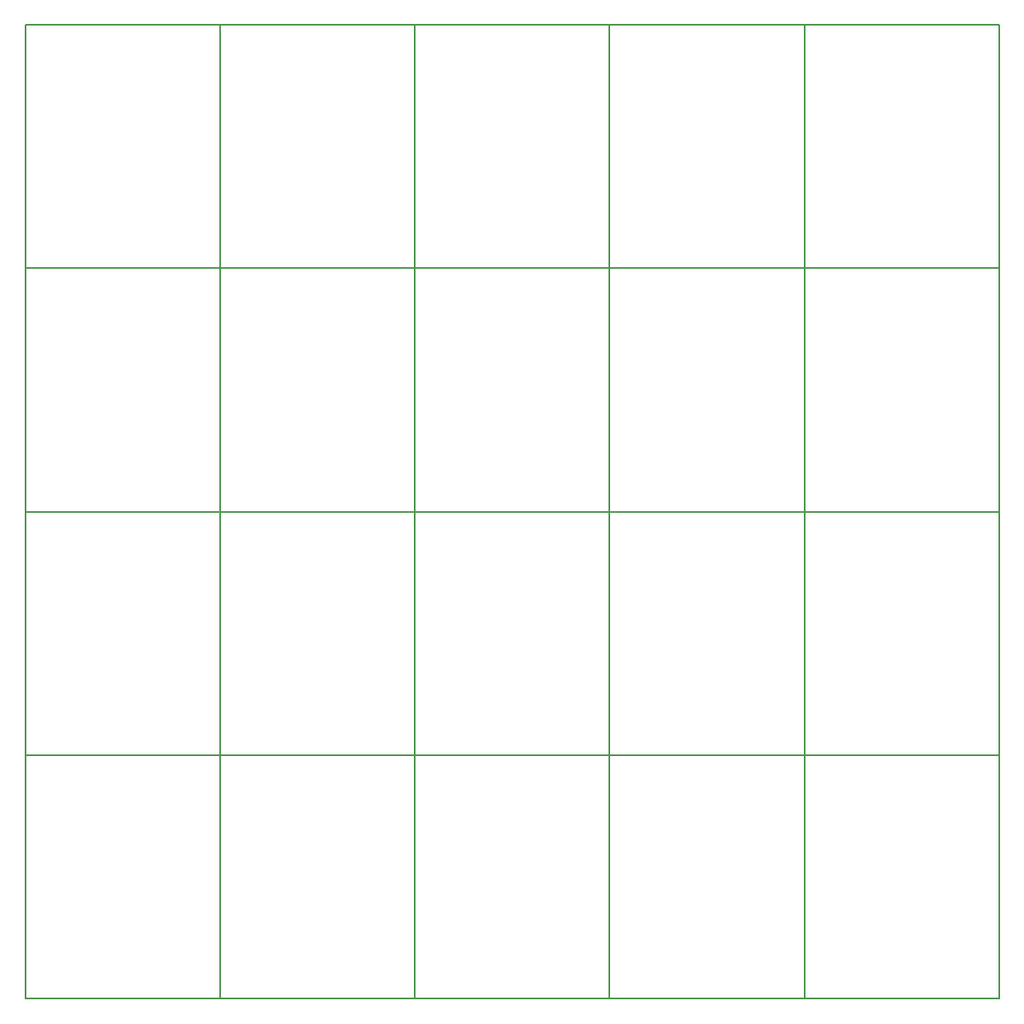
<source format=gbr>
G04 #@! TF.FileFunction,Other,User*
%FSLAX46Y46*%
G04 Gerber Fmt 4.6, Leading zero omitted, Abs format (unit mm)*
G04 Created by KiCad (PCBNEW 4.0.2-stable) date 11/13/2017 5:19:07 PM*
%MOMM*%
G01*
G04 APERTURE LIST*
%ADD10C,0.100000*%
%ADD11C,0.200000*%
%ADD12C,0.150000*%
G04 APERTURE END LIST*
D10*
D11*
X70000000Y-115000000D02*
X90000000Y-115000000D01*
X90000000Y-115000000D02*
X90000000Y-140000000D01*
X90000000Y-140000000D02*
X70000000Y-140000000D01*
X90000000Y-140000000D02*
X90000000Y-115000000D01*
X70000000Y-140000000D02*
X70000000Y-115000000D01*
X110000000Y-140000000D02*
X90000000Y-140000000D01*
X90000000Y-115000000D02*
X110000000Y-115000000D01*
X150000000Y-140000000D02*
X150000000Y-115000000D01*
X170000000Y-140000000D02*
X150000000Y-140000000D01*
X150000000Y-115000000D02*
X150000000Y-140000000D01*
X150000000Y-115000000D02*
X170000000Y-115000000D01*
X170000000Y-115000000D02*
X170000000Y-140000000D01*
X110000000Y-115000000D02*
X110000000Y-140000000D01*
X110000000Y-140000000D02*
X110000000Y-115000000D01*
X130000000Y-140000000D02*
X110000000Y-140000000D01*
X130000000Y-115000000D02*
X130000000Y-140000000D01*
X130000000Y-140000000D02*
X130000000Y-115000000D01*
X130000000Y-115000000D02*
X150000000Y-115000000D01*
X110000000Y-115000000D02*
X130000000Y-115000000D01*
X150000000Y-140000000D02*
X130000000Y-140000000D01*
D12*
X110000000Y-140000000D02*
X110000000Y-115000000D01*
X90000000Y-140000000D02*
X110000000Y-140000000D01*
X110000000Y-115000000D02*
X90000000Y-115000000D01*
X90000000Y-140000000D02*
X90000000Y-115000000D01*
X110000000Y-115000000D02*
X110000000Y-140000000D01*
X130000000Y-140000000D02*
X130000000Y-115000000D01*
X110000000Y-140000000D02*
X130000000Y-140000000D01*
X130000000Y-115000000D02*
X130000000Y-140000000D01*
X130000000Y-140000000D02*
X150000000Y-140000000D01*
X130000000Y-115000000D02*
X110000000Y-115000000D01*
X150000000Y-115000000D02*
X130000000Y-115000000D01*
X150000000Y-115000000D02*
X150000000Y-140000000D01*
X170000000Y-115000000D02*
X150000000Y-115000000D01*
X150000000Y-140000000D02*
X150000000Y-115000000D01*
X150000000Y-140000000D02*
X170000000Y-140000000D01*
X170000000Y-140000000D02*
X170000000Y-115000000D01*
X70000000Y-115000000D02*
X70000000Y-140000000D01*
X90000000Y-115000000D02*
X90000000Y-140000000D01*
X70000000Y-140000000D02*
X90000000Y-140000000D01*
X90000000Y-115000000D02*
X70000000Y-115000000D01*
D11*
X70000000Y-90000000D02*
X90000000Y-90000000D01*
X90000000Y-90000000D02*
X90000000Y-115000000D01*
X90000000Y-115000000D02*
X70000000Y-115000000D01*
X90000000Y-115000000D02*
X90000000Y-90000000D01*
X70000000Y-115000000D02*
X70000000Y-90000000D01*
X110000000Y-115000000D02*
X90000000Y-115000000D01*
X90000000Y-90000000D02*
X110000000Y-90000000D01*
X150000000Y-115000000D02*
X150000000Y-90000000D01*
X170000000Y-115000000D02*
X150000000Y-115000000D01*
X150000000Y-90000000D02*
X150000000Y-115000000D01*
X150000000Y-90000000D02*
X170000000Y-90000000D01*
X170000000Y-90000000D02*
X170000000Y-115000000D01*
X110000000Y-90000000D02*
X110000000Y-115000000D01*
X110000000Y-115000000D02*
X110000000Y-90000000D01*
X130000000Y-115000000D02*
X110000000Y-115000000D01*
X130000000Y-90000000D02*
X130000000Y-115000000D01*
X130000000Y-115000000D02*
X130000000Y-90000000D01*
X130000000Y-90000000D02*
X150000000Y-90000000D01*
X110000000Y-90000000D02*
X130000000Y-90000000D01*
X150000000Y-115000000D02*
X130000000Y-115000000D01*
D12*
X110000000Y-115000000D02*
X110000000Y-90000000D01*
X90000000Y-115000000D02*
X110000000Y-115000000D01*
X110000000Y-90000000D02*
X90000000Y-90000000D01*
X90000000Y-115000000D02*
X90000000Y-90000000D01*
X110000000Y-90000000D02*
X110000000Y-115000000D01*
X130000000Y-115000000D02*
X130000000Y-90000000D01*
X110000000Y-115000000D02*
X130000000Y-115000000D01*
X130000000Y-90000000D02*
X130000000Y-115000000D01*
X130000000Y-115000000D02*
X150000000Y-115000000D01*
X130000000Y-90000000D02*
X110000000Y-90000000D01*
X150000000Y-90000000D02*
X130000000Y-90000000D01*
X150000000Y-90000000D02*
X150000000Y-115000000D01*
X170000000Y-90000000D02*
X150000000Y-90000000D01*
X150000000Y-115000000D02*
X150000000Y-90000000D01*
X150000000Y-115000000D02*
X170000000Y-115000000D01*
X170000000Y-115000000D02*
X170000000Y-90000000D01*
X70000000Y-90000000D02*
X70000000Y-115000000D01*
X90000000Y-90000000D02*
X90000000Y-115000000D01*
X70000000Y-115000000D02*
X90000000Y-115000000D01*
X90000000Y-90000000D02*
X70000000Y-90000000D01*
D11*
X70000000Y-65000000D02*
X90000000Y-65000000D01*
X90000000Y-65000000D02*
X90000000Y-90000000D01*
X90000000Y-90000000D02*
X70000000Y-90000000D01*
X90000000Y-90000000D02*
X90000000Y-65000000D01*
X70000000Y-90000000D02*
X70000000Y-65000000D01*
X110000000Y-90000000D02*
X90000000Y-90000000D01*
X90000000Y-65000000D02*
X110000000Y-65000000D01*
X150000000Y-90000000D02*
X150000000Y-65000000D01*
X170000000Y-90000000D02*
X150000000Y-90000000D01*
X150000000Y-65000000D02*
X150000000Y-90000000D01*
X150000000Y-65000000D02*
X170000000Y-65000000D01*
X170000000Y-65000000D02*
X170000000Y-90000000D01*
X110000000Y-65000000D02*
X110000000Y-90000000D01*
X110000000Y-90000000D02*
X110000000Y-65000000D01*
X130000000Y-90000000D02*
X110000000Y-90000000D01*
X130000000Y-65000000D02*
X130000000Y-90000000D01*
X130000000Y-90000000D02*
X130000000Y-65000000D01*
X130000000Y-65000000D02*
X150000000Y-65000000D01*
X110000000Y-65000000D02*
X130000000Y-65000000D01*
X150000000Y-90000000D02*
X130000000Y-90000000D01*
D12*
X110000000Y-90000000D02*
X110000000Y-65000000D01*
X90000000Y-90000000D02*
X110000000Y-90000000D01*
X110000000Y-65000000D02*
X90000000Y-65000000D01*
X90000000Y-90000000D02*
X90000000Y-65000000D01*
X110000000Y-65000000D02*
X110000000Y-90000000D01*
X130000000Y-90000000D02*
X130000000Y-65000000D01*
X110000000Y-90000000D02*
X130000000Y-90000000D01*
X130000000Y-65000000D02*
X130000000Y-90000000D01*
X130000000Y-90000000D02*
X150000000Y-90000000D01*
X130000000Y-65000000D02*
X110000000Y-65000000D01*
X150000000Y-65000000D02*
X130000000Y-65000000D01*
X150000000Y-65000000D02*
X150000000Y-90000000D01*
X170000000Y-65000000D02*
X150000000Y-65000000D01*
X150000000Y-90000000D02*
X150000000Y-65000000D01*
X150000000Y-90000000D02*
X170000000Y-90000000D01*
X170000000Y-90000000D02*
X170000000Y-65000000D01*
X70000000Y-65000000D02*
X70000000Y-90000000D01*
X90000000Y-65000000D02*
X90000000Y-90000000D01*
X70000000Y-90000000D02*
X90000000Y-90000000D01*
X90000000Y-65000000D02*
X70000000Y-65000000D01*
D11*
X150000000Y-40000000D02*
X170000000Y-40000000D01*
X170000000Y-65000000D02*
X150000000Y-65000000D01*
X150000000Y-65000000D02*
X150000000Y-40000000D01*
X170000000Y-40000000D02*
X170000000Y-65000000D01*
D12*
X150000000Y-40000000D02*
X150000000Y-65000000D01*
X170000000Y-65000000D02*
X170000000Y-40000000D01*
X170000000Y-40000000D02*
X150000000Y-40000000D01*
X150000000Y-65000000D02*
X170000000Y-65000000D01*
D11*
X130000000Y-40000000D02*
X150000000Y-40000000D01*
X150000000Y-65000000D02*
X130000000Y-65000000D01*
X130000000Y-65000000D02*
X130000000Y-40000000D01*
X150000000Y-40000000D02*
X150000000Y-65000000D01*
D12*
X130000000Y-40000000D02*
X130000000Y-65000000D01*
X150000000Y-65000000D02*
X150000000Y-40000000D01*
X150000000Y-40000000D02*
X130000000Y-40000000D01*
X130000000Y-65000000D02*
X150000000Y-65000000D01*
D11*
X110000000Y-40000000D02*
X130000000Y-40000000D01*
X130000000Y-65000000D02*
X110000000Y-65000000D01*
X110000000Y-65000000D02*
X110000000Y-40000000D01*
X130000000Y-40000000D02*
X130000000Y-65000000D01*
D12*
X110000000Y-40000000D02*
X110000000Y-65000000D01*
X130000000Y-65000000D02*
X130000000Y-40000000D01*
X130000000Y-40000000D02*
X110000000Y-40000000D01*
X110000000Y-65000000D02*
X130000000Y-65000000D01*
D11*
X90000000Y-40000000D02*
X110000000Y-40000000D01*
X110000000Y-65000000D02*
X90000000Y-65000000D01*
X90000000Y-65000000D02*
X90000000Y-40000000D01*
X110000000Y-40000000D02*
X110000000Y-65000000D01*
D12*
X90000000Y-40000000D02*
X90000000Y-65000000D01*
X110000000Y-65000000D02*
X110000000Y-40000000D01*
X110000000Y-40000000D02*
X90000000Y-40000000D01*
X90000000Y-65000000D02*
X110000000Y-65000000D01*
X90000000Y-40000000D02*
X70000000Y-40000000D01*
X90000000Y-65000000D02*
X90000000Y-40000000D01*
X70000000Y-65000000D02*
X90000000Y-65000000D01*
X70000000Y-40000000D02*
X70000000Y-65000000D01*
D11*
X70000000Y-65000000D02*
X70000000Y-40000000D01*
X90000000Y-65000000D02*
X70000000Y-65000000D01*
X90000000Y-40000000D02*
X90000000Y-65000000D01*
X70000000Y-40000000D02*
X90000000Y-40000000D01*
M02*

</source>
